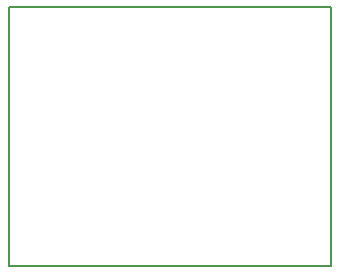
<source format=gbr>
G04 DipTrace 3.0.0.2*
G04 BoardOutline.gbr*
%MOIN*%
G04 #@! TF.FileFunction,Profile*
G04 #@! TF.Part,Single*
%ADD11C,0.005512*%
%FSLAX26Y26*%
G04*
G70*
G90*
G75*
G01*
G04 BoardOutline*
%LPD*%
X394016Y1256516D2*
D11*
X1469055D1*
X1469035Y394016D1*
X394035D1*
X394016Y1256516D1*
M02*

</source>
